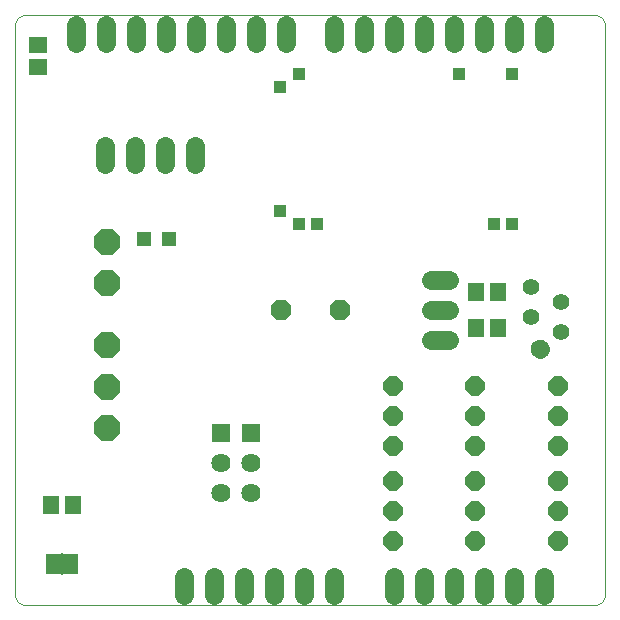
<source format=gbs>
G75*
%MOIN*%
%OFA0B0*%
%FSLAX24Y24*%
%IPPOS*%
%LPD*%
%AMOC8*
5,1,8,0,0,1.08239X$1,22.5*
%
%ADD10C,0.0000*%
%ADD11R,0.0394X0.0434*%
%ADD12R,0.0434X0.0394*%
%ADD13C,0.0640*%
%ADD14C,0.0560*%
%ADD15C,0.0631*%
%ADD16OC8,0.0670*%
%ADD17R,0.0640X0.0640*%
%ADD18C,0.0640*%
%ADD19R,0.0552X0.0631*%
%ADD20R,0.0520X0.0670*%
%ADD21R,0.0060X0.0720*%
%ADD22OC8,0.0867*%
%ADD23R,0.0631X0.0552*%
%ADD24OC8,0.0642*%
%ADD25R,0.0512X0.0512*%
D10*
X003228Y003056D02*
X003228Y021954D01*
X003230Y021993D01*
X003236Y022031D01*
X003245Y022068D01*
X003258Y022105D01*
X003275Y022140D01*
X003294Y022173D01*
X003317Y022204D01*
X003343Y022233D01*
X003372Y022259D01*
X003403Y022282D01*
X003436Y022301D01*
X003471Y022318D01*
X003508Y022331D01*
X003545Y022340D01*
X003583Y022346D01*
X003622Y022348D01*
X003622Y022347D02*
X022519Y022347D01*
X022519Y022348D02*
X022558Y022346D01*
X022596Y022340D01*
X022633Y022331D01*
X022670Y022318D01*
X022705Y022301D01*
X022738Y022282D01*
X022769Y022259D01*
X022798Y022233D01*
X022824Y022204D01*
X022847Y022173D01*
X022866Y022140D01*
X022883Y022105D01*
X022896Y022068D01*
X022905Y022031D01*
X022911Y021993D01*
X022913Y021954D01*
X022913Y003056D01*
X022911Y003017D01*
X022905Y002979D01*
X022896Y002942D01*
X022883Y002905D01*
X022866Y002870D01*
X022847Y002837D01*
X022824Y002806D01*
X022798Y002777D01*
X022769Y002751D01*
X022738Y002728D01*
X022705Y002709D01*
X022670Y002692D01*
X022633Y002679D01*
X022596Y002670D01*
X022558Y002664D01*
X022519Y002662D01*
X003622Y002662D01*
X003583Y002664D01*
X003545Y002670D01*
X003508Y002679D01*
X003471Y002692D01*
X003436Y002709D01*
X003403Y002728D01*
X003372Y002751D01*
X003343Y002777D01*
X003317Y002806D01*
X003294Y002837D01*
X003275Y002870D01*
X003258Y002905D01*
X003245Y002942D01*
X003236Y002979D01*
X003230Y003017D01*
X003228Y003056D01*
X020441Y011204D02*
X020443Y011238D01*
X020449Y011272D01*
X020459Y011305D01*
X020472Y011336D01*
X020490Y011366D01*
X020510Y011394D01*
X020534Y011419D01*
X020560Y011441D01*
X020588Y011459D01*
X020619Y011475D01*
X020651Y011487D01*
X020685Y011495D01*
X020719Y011499D01*
X020753Y011499D01*
X020787Y011495D01*
X020821Y011487D01*
X020853Y011475D01*
X020883Y011459D01*
X020912Y011441D01*
X020938Y011419D01*
X020962Y011394D01*
X020982Y011366D01*
X021000Y011336D01*
X021013Y011305D01*
X021023Y011272D01*
X021029Y011238D01*
X021031Y011204D01*
X021029Y011170D01*
X021023Y011136D01*
X021013Y011103D01*
X021000Y011072D01*
X020982Y011042D01*
X020962Y011014D01*
X020938Y010989D01*
X020912Y010967D01*
X020884Y010949D01*
X020853Y010933D01*
X020821Y010921D01*
X020787Y010913D01*
X020753Y010909D01*
X020719Y010909D01*
X020685Y010913D01*
X020651Y010921D01*
X020619Y010933D01*
X020588Y010949D01*
X020560Y010967D01*
X020534Y010989D01*
X020510Y011014D01*
X020490Y011042D01*
X020472Y011072D01*
X020459Y011103D01*
X020449Y011136D01*
X020443Y011170D01*
X020441Y011204D01*
D11*
X019791Y015371D03*
X019200Y015371D03*
X019791Y020371D03*
X018019Y020371D03*
X013295Y015371D03*
X012704Y015371D03*
X012704Y020371D03*
D12*
X012074Y019938D03*
X012074Y015804D03*
D13*
X009228Y017362D02*
X009228Y017962D01*
X008228Y017962D02*
X008228Y017362D01*
X007228Y017362D02*
X007228Y017962D01*
X006228Y017962D02*
X006228Y017362D01*
X006271Y021405D02*
X006271Y022005D01*
X005271Y022005D02*
X005271Y021405D01*
X007271Y021405D02*
X007271Y022005D01*
X008271Y022005D02*
X008271Y021405D01*
X009271Y021405D02*
X009271Y022005D01*
X010271Y022005D02*
X010271Y021405D01*
X011271Y021405D02*
X011271Y022005D01*
X012271Y022005D02*
X012271Y021405D01*
X013871Y021405D02*
X013871Y022005D01*
X014871Y022005D02*
X014871Y021405D01*
X015871Y021405D02*
X015871Y022005D01*
X016871Y022005D02*
X016871Y021405D01*
X017871Y021405D02*
X017871Y022005D01*
X018871Y022005D02*
X018871Y021405D01*
X019871Y021405D02*
X019871Y022005D01*
X020871Y022005D02*
X020871Y021405D01*
X017701Y013505D02*
X017101Y013505D01*
X017101Y012505D02*
X017701Y012505D01*
X017701Y011505D02*
X017101Y011505D01*
X016871Y003605D02*
X016871Y003005D01*
X017871Y003005D02*
X017871Y003605D01*
X018871Y003605D02*
X018871Y003005D01*
X019871Y003005D02*
X019871Y003605D01*
X020871Y003605D02*
X020871Y003005D01*
X015871Y003005D02*
X015871Y003605D01*
X013871Y003605D02*
X013871Y003005D01*
X012871Y003005D02*
X012871Y003605D01*
X011871Y003605D02*
X011871Y003005D01*
X010871Y003005D02*
X010871Y003605D01*
X009871Y003605D02*
X009871Y003005D01*
X008871Y003005D02*
X008871Y003605D01*
D14*
X020445Y012255D03*
X020445Y013255D03*
X021445Y012755D03*
X021445Y011755D03*
D15*
X020736Y011204D03*
D16*
X014055Y012505D03*
X012086Y012505D03*
D17*
X011102Y008387D03*
X010118Y008387D03*
D18*
X010118Y007387D03*
X011102Y007387D03*
X011102Y006387D03*
X010118Y006387D03*
D19*
X005177Y006009D03*
X004429Y006009D03*
X018602Y011914D03*
X019350Y011914D03*
X019350Y013095D03*
X018602Y013095D03*
D20*
X005083Y004040D03*
X004523Y004040D03*
D21*
X004803Y004040D03*
D22*
X006299Y008568D03*
X006299Y009946D03*
X006299Y011324D03*
X006299Y013391D03*
X006299Y014769D03*
D23*
X004015Y020595D03*
X004015Y021343D03*
D24*
X015826Y009961D03*
X015826Y008961D03*
X015826Y007961D03*
X015826Y006812D03*
X015826Y005812D03*
X015826Y004812D03*
X018582Y004812D03*
X018582Y005812D03*
X018582Y006812D03*
X018582Y007961D03*
X018582Y008961D03*
X018582Y009961D03*
X021338Y009961D03*
X021338Y008961D03*
X021338Y007961D03*
X021338Y006812D03*
X021338Y005812D03*
X021338Y004812D03*
D25*
X008366Y014867D03*
X007539Y014867D03*
M02*

</source>
